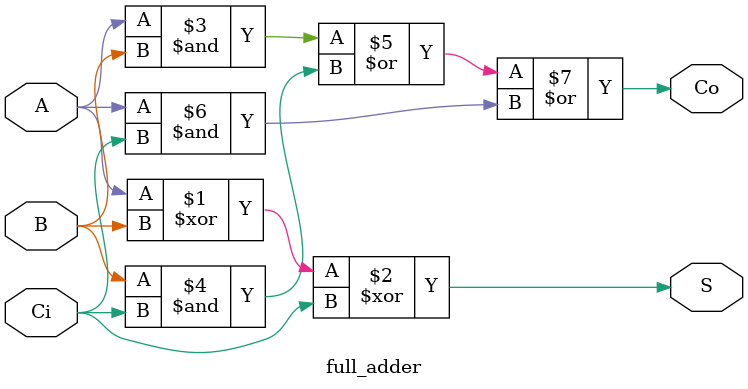
<source format=v>
`timescale 1ns / 1ps


module full_adder (
    input  A,
    input  B,
    input  Ci,
    output S,
    output Co
);

    assign S  = A ^ B ^ Ci;
    assign Co = (A & B) | (B & Ci) | (A & Ci);

endmodule
</source>
